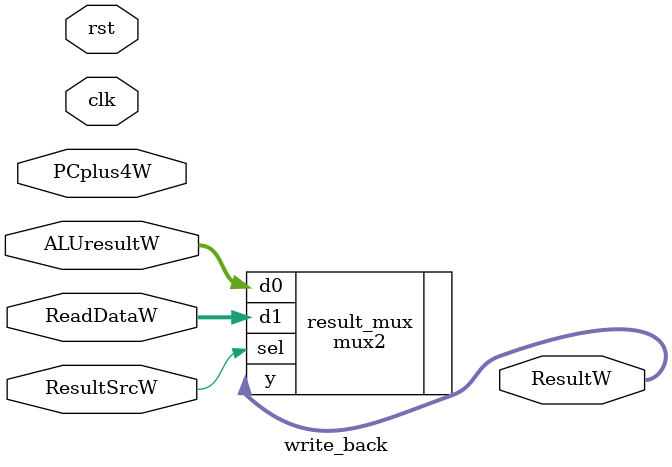
<source format=v>

module write_back (
    input clk,rst,ResultSrcW,
    input [31:0] PCplus4W,ALUresultW,ReadDataW,
    output [31:0] ResultW
);

mux2 #(32) result_mux(.d0(ALUresultW),
                     .d1(ReadDataW),
                     .sel(ResultSrcW),
                     .y(ResultW));

    endmodule

</source>
